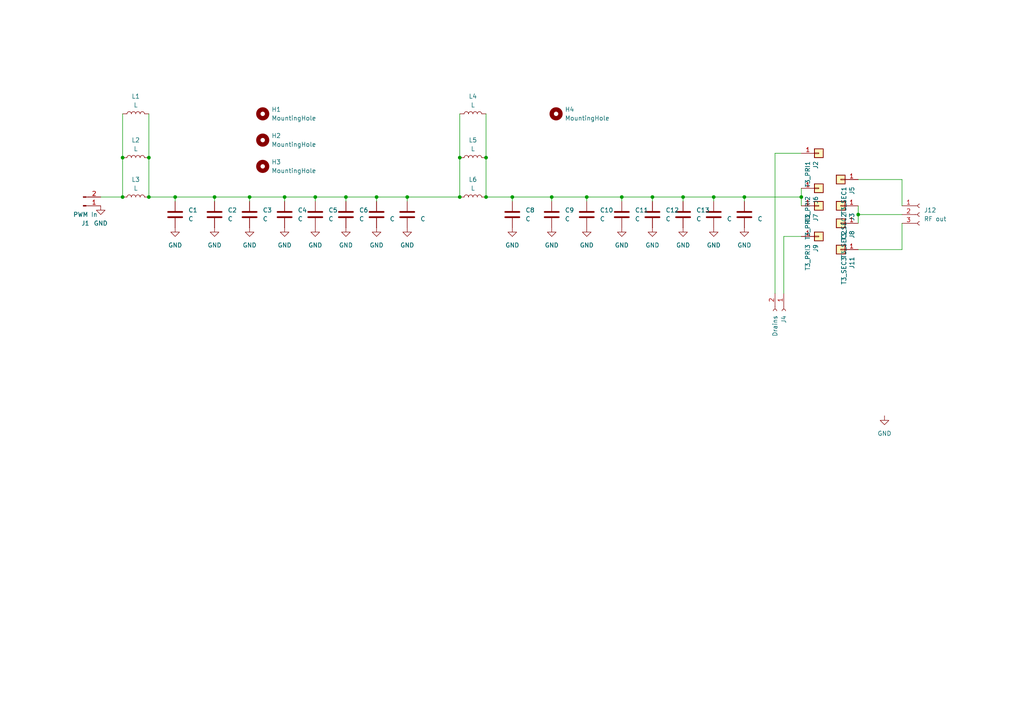
<source format=kicad_sch>
(kicad_sch (version 20231120) (generator "eeschema") (generator_version "8.0")
  (paper "A4")
  (lib_symbols
    (symbol "Connector:Conn_01x02_Pin" (pin_names (offset 1.016) hide)
      (property "Reference" "J" (at 0 2.54 0))
      (property "Value" "Conn_01x02_Pin" (at 0 -5.08 0))
      (symbol "Conn_01x02_Pin_1_1"
        (polyline (pts (xy 1.27 -2.54) (xy 0.8636 -2.54)) (stroke (width 0.1524)))
        (polyline (pts (xy 1.27 0) (xy 0.8636 0)) (stroke (width 0.1524)))
        (rectangle (start 0.8636 -2.413) (end 0 -2.667) (stroke (width 0.1524)) (fill (type outline)))
        (rectangle (start 0.8636 0.127) (end 0 -0.127) (stroke (width 0.1524)) (fill (type outline)))
        (pin passive line (at 5.08 0 180) (length 3.81) (name "Pin_1") (number "1"))
        (pin passive line (at 5.08 -2.54 180) (length 3.81) (name "Pin_2") (number "2"))
      )
    )
    (symbol "Connector:Conn_01x02_Socket" (pin_names (offset 1.016) hide)
      (property "Reference" "J" (at 0 2.54 0))
      (property "Value" "Conn_01x02_Socket" (at 0 -5.08 0))
      (symbol "Conn_01x02_Socket_1_1"
        (arc (start 0 -2.032) (mid -0.5058 -2.54) (end 0 -3.048) (stroke (width 0.1524)))
        (polyline (pts (xy -1.27 -2.54) (xy -0.508 -2.54)) (stroke (width 0.1524)))
        (polyline (pts (xy -1.27 0) (xy -0.508 0)) (stroke (width 0.1524)))
        (arc (start 0 0.508) (mid -0.5058 0) (end 0 -0.508) (stroke (width 0.1524)))
        (pin passive line (at -5.08 0 0) (length 3.81) (name "Pin_1") (number "1"))
        (pin passive line (at -5.08 -2.54 0) (length 3.81) (name "Pin_2") (number "2"))
      )
    )
    (symbol "Connector:Conn_01x03_Socket" (pin_names (offset 1.016) hide)
      (property "Reference" "J" (at 0 5.08 0))
      (property "Value" "Conn_01x03_Socket" (at 0 -5.08 0))
      (symbol "Conn_01x03_Socket_1_1"
        (arc (start 0 -2.032) (mid -0.5058 -2.54) (end 0 -3.048) (stroke (width 0.1524)))
        (polyline (pts (xy -1.27 -2.54) (xy -0.508 -2.54)) (stroke (width 0.1524)))
        (polyline (pts (xy -1.27 0) (xy -0.508 0)) (stroke (width 0.1524)))
        (polyline (pts (xy -1.27 2.54) (xy -0.508 2.54)) (stroke (width 0.1524)))
        (arc (start 0 0.508) (mid -0.5058 0) (end 0 -0.508) (stroke (width 0.1524)))
        (arc (start 0 3.048) (mid -0.5058 2.54) (end 0 2.032) (stroke (width 0.1524)))
        (pin passive line (at -5.08 2.54 0) (length 3.81) (name "Pin_1") (number "1"))
        (pin passive line (at -5.08 0 0) (length 3.81) (name "Pin_2") (number "2"))
        (pin passive line (at -5.08 -2.54 0) (length 3.81) (name "Pin_3") (number "3"))
      )
    )
    (symbol "Connector_Generic:Conn_01x01" (pin_names (offset 1.016) hide)
      (property "Reference" "J" (at 0 2.54 0))
      (property "Value" "Connector_Generic_Conn_01x01" (at 0 -2.54 0))
      (symbol "Conn_01x01_1_1"
        (rectangle (start -1.27 0.127) (end 0 -0.127) (stroke (width 0.1524)))
        (rectangle (start -1.27 1.27) (end 1.27 -1.27) (stroke (width 0.254)) (fill (type background)))
        (pin passive line (at -5.08 0 0) (length 3.81) (name "Pin_1") (number "1"))
      )
    )
    (symbol "Device:C" (pin_numbers hide) (pin_names (offset 0.254))
      (property "Reference" "C" (at 0.635 2.54 0))
      (property "Value" "C" (at 0.635 -2.54 0))
      (symbol "C_0_1"
        (polyline (pts (xy -2.032 -0.762) (xy 2.032 -0.762)) (stroke (width 0.508)))
        (polyline (pts (xy -2.032 0.762) (xy 2.032 0.762)) (stroke (width 0.508)))
      )
      (symbol "C_1_1"
        (pin passive line (at 0 3.81 270) (length 2.794) (name "~") (number "1"))
        (pin passive line (at 0 -3.81 90) (length 2.794) (name "~") (number "2"))
      )
    )
    (symbol "Device:L" (pin_numbers hide) (pin_names (offset 1.016) hide)
      (property "Reference" "L" (at -1.27 0 90))
      (property "Value" "L" (at 1.905 0 90))
      (symbol "L_0_1"
        (arc (start 0 -2.54) (mid 0.6323 -1.905) (end 0 -1.27))
        (arc (start 0 -1.27) (mid 0.6323 -0.635) (end 0 0))
        (arc (start 0 0) (mid 0.6323 0.635) (end 0 1.27))
        (arc (start 0 1.27) (mid 0.6323 1.905) (end 0 2.54))
      )
      (symbol "L_1_1"
        (pin passive line (at 0 3.81 270) (length 1.27) (name "1") (number "1"))
        (pin passive line (at 0 -3.81 90) (length 1.27) (name "2") (number "2"))
      )
    )
    (symbol "Mechanical:MountingHole" (pin_names (offset 1.016)) (exclude_from_sim yes) (in_bom no)
      (property "Reference" "H" (at 0 5.08 0))
      (property "Value" "MountingHole" (at 0 3.175 0))
      (symbol "MountingHole_0_1"
        (circle (center 0 0) (radius 1.27) (stroke (width 1.27)))
      )
    )
    (symbol "power:GND" (power) (pin_numbers hide) (pin_names (offset 0) hide)
      (property "Value" "GND" (at 0 -3.81 0))
      (symbol "GND_0_1"
        (polyline (pts (xy 0 0) (xy 0 -1.27) (xy 1.27 -1.27) (xy 0 -2.54) (xy -1.27 -1.27) (xy 0 -1.27)))
      )
      (symbol "GND_1_1"
        (pin power_in line (at 0 0 270) (length 0) (name "~") (number "1"))
      )
    )
  )
  (junction (at 180.34 57.15))
  (junction (at 215.9 57.15))
  (junction (at 109.22 57.15))
  (junction (at 43.18 57.15))
  (junction (at 35.56 57.15))
  (junction (at 50.8 57.15))
  (junction (at 100.33 57.15))
  (junction (at 91.44 57.15))
  (junction (at 140.97 45.72))
  (junction (at 160.02 57.15))
  (junction (at 207.01 57.15))
  (junction (at 72.39 57.15))
  (junction (at 62.23 57.15))
  (junction (at 198.12 57.15))
  (junction (at 148.59 57.15))
  (junction (at 35.56 45.72))
  (junction (at 82.55 57.15))
  (junction (at 232.41 57.15))
  (junction (at 248.92 62.23))
  (junction (at 133.35 57.15))
  (junction (at 170.18 57.15))
  (junction (at 43.18 45.72))
  (junction (at 189.23 57.15))
  (junction (at 133.35 45.72))
  (junction (at 118.11 57.15))
  (junction (at 140.97 57.15))
  (wire (pts (xy 109.22 58.42) (xy 109.22 57.15)))
  (wire (pts (xy 232.41 54.61) (xy 232.41 57.15)))
  (wire (pts (xy 261.62 64.77) (xy 261.62 72.39)))
  (wire (pts (xy 62.23 57.15) (xy 62.23 58.42)))
  (wire (pts (xy 140.97 33.02) (xy 140.97 45.72)))
  (wire (pts (xy 100.33 57.15) (xy 109.22 57.15)))
  (wire (pts (xy 248.92 62.23) (xy 248.92 64.77)))
  (wire (pts (xy 180.34 57.15) (xy 189.23 57.15)))
  (wire (pts (xy 91.44 57.15) (xy 91.44 58.42)))
  (wire (pts (xy 261.62 72.39) (xy 248.92 72.39)))
  (wire (pts (xy 140.97 45.72) (xy 140.97 57.15)))
  (wire (pts (xy 227.33 68.58) (xy 227.33 85.09)))
  (wire (pts (xy 248.92 52.07) (xy 261.62 52.07)))
  (wire (pts (xy 43.18 45.72) (xy 43.18 57.15)))
  (wire (pts (xy 82.55 57.15) (xy 91.44 57.15)))
  (wire (pts (xy 215.9 57.15) (xy 215.9 58.42)))
  (wire (pts (xy 189.23 57.15) (xy 198.12 57.15)))
  (wire (pts (xy 248.92 62.23) (xy 261.62 62.23)))
  (wire (pts (xy 140.97 57.15) (xy 148.59 57.15)))
  (wire (pts (xy 133.35 45.72) (xy 133.35 57.15)))
  (wire (pts (xy 232.41 68.58) (xy 227.33 68.58)))
  (wire (pts (xy 72.39 57.15) (xy 82.55 57.15)))
  (wire (pts (xy 224.79 85.09) (xy 224.79 44.45)))
  (wire (pts (xy 50.8 57.15) (xy 62.23 57.15)))
  (wire (pts (xy 43.18 33.02) (xy 43.18 45.72)))
  (wire (pts (xy 100.33 57.15) (xy 100.33 58.42)))
  (wire (pts (xy 160.02 57.15) (xy 160.02 58.42)))
  (wire (pts (xy 50.8 58.42) (xy 50.8 57.15)))
  (wire (pts (xy 118.11 57.15) (xy 118.11 58.42)))
  (wire (pts (xy 207.01 58.42) (xy 207.01 57.15)))
  (wire (pts (xy 248.92 59.69) (xy 248.92 62.23)))
  (wire (pts (xy 29.21 57.15) (xy 35.56 57.15)))
  (wire (pts (xy 82.55 57.15) (xy 82.55 58.42)))
  (wire (pts (xy 109.22 57.15) (xy 118.11 57.15)))
  (wire (pts (xy 215.9 57.15) (xy 232.41 57.15)))
  (wire (pts (xy 160.02 57.15) (xy 170.18 57.15)))
  (wire (pts (xy 261.62 52.07) (xy 261.62 59.69)))
  (wire (pts (xy 43.18 57.15) (xy 50.8 57.15)))
  (wire (pts (xy 133.35 33.02) (xy 133.35 45.72)))
  (wire (pts (xy 198.12 57.15) (xy 207.01 57.15)))
  (wire (pts (xy 148.59 58.42) (xy 148.59 57.15)))
  (wire (pts (xy 224.79 44.45) (xy 232.41 44.45)))
  (wire (pts (xy 170.18 57.15) (xy 170.18 58.42)))
  (wire (pts (xy 118.11 57.15) (xy 133.35 57.15)))
  (wire (pts (xy 232.41 57.15) (xy 232.41 59.69)))
  (wire (pts (xy 148.59 57.15) (xy 160.02 57.15)))
  (wire (pts (xy 62.23 57.15) (xy 72.39 57.15)))
  (wire (pts (xy 35.56 33.02) (xy 35.56 45.72)))
  (wire (pts (xy 189.23 57.15) (xy 189.23 58.42)))
  (wire (pts (xy 91.44 57.15) (xy 100.33 57.15)))
  (wire (pts (xy 180.34 57.15) (xy 180.34 58.42)))
  (wire (pts (xy 198.12 57.15) (xy 198.12 58.42)))
  (wire (pts (xy 35.56 45.72) (xy 35.56 57.15)))
  (wire (pts (xy 72.39 57.15) (xy 72.39 58.42)))
  (wire (pts (xy 170.18 57.15) (xy 180.34 57.15)))
  (wire (pts (xy 207.01 57.15) (xy 215.9 57.15)))
  (symbol (lib_id "Mechanical:MountingHole") (at 76.2 48.26 0) (unit 1) (exclude_from_sim yes) (in_bom no)
    (property "Reference" "H3" (at 78.74 46.9899 0) (effects (justify left)))
    (property "Value" "MountingHole" (at 78.74 49.5299 0) (effects (justify left)))
    (property "Footprint" "MountingHole:MountingHole_3.2mm_M3" (effects (hide yes)))
    (property "Description" "Mounting Hole without connection" (effects (hide yes)))
  )
  (symbol (lib_id "Connector_Generic:Conn_01x01") (at 243.84 52.07 180) (unit 1)
    (property "Reference" "J5" (at 247.0912 54.102 90) (effects (justify left)))
    (property "Value" "T3_SEC1" (at 244.7798 54.102 90) (effects (justify left)))
    (property "Footprint" "TestPoint:TestPoint_THTPad_D3.0mm_Drill1.5mm" (effects (hide yes)))
  )
  (symbol (lib_id "power:GND") (at 100.33 66.04 0) (unit 1)
    (property "Reference" "#PWR07" (effects (hide yes)))
    (property "Value" "GND" (at 100.33 71.12 0))
    (property "Description" "Power symbol creates a global label with name \"GND\" , ground" (effects (hide yes)))
  )
  (symbol (lib_id "Connector_Generic:Conn_01x01") (at 243.84 72.39 180) (unit 1)
    (property "Reference" "J11" (at 247.0912 74.422 90) (effects (justify left)))
    (property "Value" "T3_SEC3" (at 244.7798 74.422 90) (effects (justify left)))
    (property "Footprint" "TestPoint:TestPoint_THTPad_D3.0mm_Drill1.5mm" (effects (hide yes)))
  )
  (symbol (lib_id "Connector_Generic:Conn_01x01") (at 237.49 59.69 0) (unit 1)
    (property "Reference" "J7" (at 236.5756 61.9252 90) (effects (justify right)))
    (property "Value" "T3_PRI2" (at 234.2642 61.9252 90) (effects (justify right)))
    (property "Footprint" "TestPoint:TestPoint_THTPad_D3.0mm_Drill1.5mm" (effects (hide yes)))
  )
  (symbol (lib_id "power:GND") (at 72.39 66.04 0) (unit 1)
    (property "Reference" "#PWR04" (effects (hide yes)))
    (property "Value" "GND" (at 72.39 71.12 0))
    (property "Description" "Power symbol creates a global label with name \"GND\" , ground" (effects (hide yes)))
  )
  (symbol (lib_id "Device:L") (at 39.37 33.02 90) (unit 1)
    (property "Reference" "L1" (at 39.37 27.94 90))
    (property "Value" "L" (at 39.37 30.48 90))
    (property "Footprint" "Inductor_THT:L_Radial_D27.9mm_P18.29mm_Vishay_IHB-3" (effects (hide yes)))
    (property "Description" "Inductor" (effects (hide yes)))
  )
  (symbol (lib_id "Device:C") (at 189.23 62.23 0) (unit 1)
    (property "Reference" "C12" (at 193.04 60.9599 0) (effects (justify left)))
    (property "Value" "C" (at 193.04 63.4999 0) (effects (justify left)))
    (property "Footprint" "Capacitor_THT:C_Rect_L7.2mm_W7.2mm_P5.00mm_FKS2_FKP2_MKS2_MKP2" (effects (hide yes)))
    (property "Description" "Unpolarized capacitor" (effects (hide yes)))
  )
  (symbol (lib_id "Mechanical:MountingHole") (at 76.2 40.64 0) (unit 1) (exclude_from_sim yes) (in_bom no)
    (property "Reference" "H2" (at 78.74 39.3699 0) (effects (justify left)))
    (property "Value" "MountingHole" (at 78.74 41.9099 0) (effects (justify left)))
    (property "Footprint" "MountingHole:MountingHole_3.2mm_M3" (effects (hide yes)))
    (property "Description" "Mounting Hole without connection" (effects (hide yes)))
  )
  (symbol (lib_id "Device:C") (at 118.11 62.23 0) (unit 1)
    (property "Reference" "C15" (effects (hide yes)))
    (property "Value" "C" (at 121.92 63.4999 0) (effects (justify left)))
    (property "Footprint" "Capacitor_THT:C_Rect_L11.0mm_W3.5mm_P10.00mm_MKT" (effects (hide yes)))
    (property "Description" "Unpolarized capacitor" (effects (hide yes)))
  )
  (symbol (lib_id "Connector:Conn_01x03_Socket") (at 266.7 62.23 0) (unit 1)
    (property "Reference" "J12" (at 267.97 60.9599 0) (effects (justify left)))
    (property "Value" "RF out" (at 267.97 63.4999 0) (effects (justify left)))
    (property "Footprint" "Connector_Phoenix_GMSTB:PhoenixContact_GMSTBA_2,5_3-G-7,62_1x03_P7.62mm_Horizontal" (effects (hide yes)))
    (property "Description" "Generic connector, single row, 01x03, script generated" (effects (hide yes)))
  )
  (symbol (lib_id "power:GND") (at 118.11 66.04 0) (unit 1)
    (property "Reference" "#PWR09" (effects (hide yes)))
    (property "Value" "GND" (at 118.11 71.12 0))
    (property "Description" "Power symbol creates a global label with name \"GND\" , ground" (effects (hide yes)))
  )
  (symbol (lib_id "Device:C") (at 72.39 62.23 0) (unit 1)
    (property "Reference" "C3" (at 76.2 60.9599 0) (effects (justify left)))
    (property "Value" "C" (at 76.2 63.4999 0) (effects (justify left)))
    (property "Footprint" "Capacitor_THT:C_Rect_L18.0mm_W9.0mm_P15.00mm_FKS3_FKP3" (effects (hide yes)))
    (property "Description" "Unpolarized capacitor" (effects (hide yes)))
  )
  (symbol (lib_id "power:GND") (at 189.23 66.04 0) (unit 1)
    (property "Reference" "#PWR015" (effects (hide yes)))
    (property "Value" "GND" (at 189.23 71.12 0))
    (property "Description" "Power symbol creates a global label with name \"GND\" , ground" (effects (hide yes)))
  )
  (symbol (lib_id "Device:L") (at 39.37 57.15 90) (unit 1)
    (property "Reference" "L3" (at 39.37 52.07 90))
    (property "Value" "L" (at 39.37 54.61 90))
    (property "Footprint" "Inductor_THT:L_Toroid_Vertical_L31.8mm_W15.9mm_P13.50mm_Bourns_5700" (effects (hide yes)))
    (property "Description" "Inductor" (effects (hide yes)))
  )
  (symbol (lib_id "Connector_Generic:Conn_01x01") (at 237.49 44.45 0) (unit 1)
    (property "Reference" "J2" (at 236.5756 46.6852 90) (effects (justify right)))
    (property "Value" "T3_PRI1" (at 234.2642 46.6852 90) (effects (justify right)))
    (property "Footprint" "TestPoint:TestPoint_THTPad_D3.0mm_Drill1.5mm" (effects (hide yes)))
  )
  (symbol (lib_id "Device:C") (at 207.01 62.23 0) (unit 1)
    (property "Reference" "C14" (effects (hide yes)))
    (property "Value" "C" (at 210.82 63.4999 0) (effects (justify left)))
    (property "Footprint" "Capacitor_THT:C_Rect_L11.0mm_W3.5mm_P10.00mm_MKT" (effects (hide yes)))
    (property "Description" "Unpolarized capacitor" (effects (hide yes)))
  )
  (symbol (lib_id "power:GND") (at 160.02 66.04 0) (unit 1)
    (property "Reference" "#PWR012" (effects (hide yes)))
    (property "Value" "GND" (at 160.02 71.12 0))
    (property "Description" "Power symbol creates a global label with name \"GND\" , ground" (effects (hide yes)))
  )
  (symbol (lib_id "power:GND") (at 109.22 66.04 0) (unit 1)
    (property "Reference" "#PWR08" (effects (hide yes)))
    (property "Value" "GND" (at 109.22 71.12 0))
    (property "Description" "Power symbol creates a global label with name \"GND\" , ground" (effects (hide yes)))
  )
  (symbol (lib_id "Device:C") (at 62.23 62.23 0) (unit 1)
    (property "Reference" "C2" (at 66.04 60.9599 0) (effects (justify left)))
    (property "Value" "C" (at 66.04 63.4999 0) (effects (justify left)))
    (property "Footprint" "Capacitor_THT:C_Rect_L18.0mm_W9.0mm_P15.00mm_FKS3_FKP3" (effects (hide yes)))
    (property "Description" "Unpolarized capacitor" (effects (hide yes)))
  )
  (symbol (lib_id "power:GND") (at 148.59 66.04 0) (unit 1)
    (property "Reference" "#PWR011" (effects (hide yes)))
    (property "Value" "GND" (at 148.59 71.12 0))
    (property "Description" "Power symbol creates a global label with name \"GND\" , ground" (effects (hide yes)))
  )
  (symbol (lib_id "Device:C") (at 91.44 62.23 0) (unit 1)
    (property "Reference" "C5" (at 95.25 60.9599 0) (effects (justify left)))
    (property "Value" "C" (at 95.25 63.4999 0) (effects (justify left)))
    (property "Footprint" "Capacitor_THT:C_Rect_L7.2mm_W7.2mm_P5.00mm_FKS2_FKP2_MKS2_MKP2" (effects (hide yes)))
    (property "Description" "Unpolarized capacitor" (effects (hide yes)))
  )
  (symbol (lib_id "Device:C") (at 215.9 62.23 0) (unit 1)
    (property "Reference" "C16" (effects (hide yes)))
    (property "Value" "C" (at 219.71 63.4999 0) (effects (justify left)))
    (property "Footprint" "Capacitor_THT:C_Rect_L11.0mm_W3.5mm_P10.00mm_MKT" (effects (hide yes)))
    (property "Description" "Unpolarized capacitor" (effects (hide yes)))
  )
  (symbol (lib_id "power:GND") (at 62.23 66.04 0) (unit 1)
    (property "Reference" "#PWR03" (effects (hide yes)))
    (property "Value" "GND" (at 62.23 71.12 0))
    (property "Description" "Power symbol creates a global label with name \"GND\" , ground" (effects (hide yes)))
  )
  (symbol (lib_id "power:GND") (at 207.01 66.04 0) (unit 1)
    (property "Reference" "#PWR017" (effects (hide yes)))
    (property "Value" "GND" (at 207.01 71.12 0))
    (property "Description" "Power symbol creates a global label with name \"GND\" , ground" (effects (hide yes)))
  )
  (symbol (lib_id "Device:C") (at 50.8 62.23 0) (unit 1)
    (property "Reference" "C1" (at 54.61 60.9599 0) (effects (justify left)))
    (property "Value" "C" (at 54.61 63.4999 0) (effects (justify left)))
    (property "Footprint" "Capacitor_THT:C_Rect_L18.0mm_W9.0mm_P15.00mm_FKS3_FKP3" (effects (hide yes)))
    (property "Description" "Unpolarized capacitor" (effects (hide yes)))
  )
  (symbol (lib_id "power:GND") (at 82.55 66.04 0) (unit 1)
    (property "Reference" "#PWR05" (effects (hide yes)))
    (property "Value" "GND" (at 82.55 71.12 0))
    (property "Description" "Power symbol creates a global label with name \"GND\" , ground" (effects (hide yes)))
  )
  (symbol (lib_id "power:GND") (at 29.21 59.69 0) (unit 1)
    (property "Reference" "#PWR01" (effects (hide yes)))
    (property "Value" "GND" (at 29.21 64.77 0))
    (property "Description" "Power symbol creates a global label with name \"GND\" , ground" (effects (hide yes)))
  )
  (symbol (lib_id "Device:C") (at 170.18 62.23 0) (unit 1)
    (property "Reference" "C10" (at 173.99 60.9599 0) (effects (justify left)))
    (property "Value" "C" (at 173.99 63.4999 0) (effects (justify left)))
    (property "Footprint" "Capacitor_THT:C_Rect_L18.0mm_W9.0mm_P15.00mm_FKS3_FKP3" (effects (hide yes)))
    (property "Description" "Unpolarized capacitor" (effects (hide yes)))
  )
  (symbol (lib_id "Device:C") (at 198.12 62.23 0) (unit 1)
    (property "Reference" "C13" (at 201.93 60.9599 0) (effects (justify left)))
    (property "Value" "C" (at 201.93 63.4999 0) (effects (justify left)))
    (property "Footprint" "Capacitor_THT:C_Rect_L9.0mm_W2.5mm_P7.50mm_MKT" (effects (hide yes)))
    (property "Description" "Unpolarized capacitor" (effects (hide yes)))
  )
  (symbol (lib_id "Device:L") (at 137.16 57.15 90) (unit 1)
    (property "Reference" "L6" (at 137.16 52.07 90))
    (property "Value" "L" (at 137.16 54.61 90))
    (property "Footprint" "Inductor_THT:L_Toroid_Vertical_L31.8mm_W15.9mm_P13.50mm_Bourns_5700" (effects (hide yes)))
    (property "Description" "Inductor" (effects (hide yes)))
  )
  (symbol (lib_id "Device:C") (at 180.34 62.23 0) (unit 1)
    (property "Reference" "C11" (at 184.15 60.9599 0) (effects (justify left)))
    (property "Value" "C" (at 184.15 63.4999 0) (effects (justify left)))
    (property "Footprint" "Capacitor_THT:C_Rect_L26.5mm_W10.5mm_P22.50mm_MKS4" (effects (hide yes)))
    (property "Description" "Unpolarized capacitor" (effects (hide yes)))
  )
  (symbol (lib_id "Connector_Generic:Conn_01x01") (at 237.49 54.61 0) (unit 1)
    (property "Reference" "J6" (at 236.5756 56.8452 90) (effects (justify right)))
    (property "Value" "T3_PRI2" (at 234.2642 56.8452 90) (effects (justify right)))
    (property "Footprint" "TestPoint:TestPoint_THTPad_D3.0mm_Drill1.5mm" (effects (hide yes)))
  )
  (symbol (lib_id "power:GND") (at 198.12 66.04 0) (unit 1)
    (property "Reference" "#PWR016" (effects (hide yes)))
    (property "Value" "GND" (at 198.12 71.12 0))
    (property "Description" "Power symbol creates a global label with name \"GND\" , ground" (effects (hide yes)))
  )
  (symbol (lib_id "power:GND") (at 50.8 66.04 0) (unit 1)
    (property "Reference" "#PWR02" (effects (hide yes)))
    (property "Value" "GND" (at 50.8 71.12 0))
    (property "Description" "Power symbol creates a global label with name \"GND\" , ground" (effects (hide yes)))
  )
  (symbol (lib_id "Device:C") (at 109.22 62.23 0) (unit 1)
    (property "Reference" "C7" (effects (hide yes)))
    (property "Value" "C" (at 113.03 63.4999 0) (effects (justify left)))
    (property "Footprint" "Capacitor_THT:C_Rect_L11.0mm_W3.5mm_P10.00mm_MKT" (effects (hide yes)))
    (property "Description" "Unpolarized capacitor" (effects (hide yes)))
  )
  (symbol (lib_id "Device:C") (at 148.59 62.23 0) (unit 1)
    (property "Reference" "C8" (at 152.4 60.9599 0) (effects (justify left)))
    (property "Value" "C" (at 152.4 63.4999 0) (effects (justify left)))
    (property "Footprint" "Capacitor_THT:C_Rect_L18.0mm_W9.0mm_P15.00mm_FKS3_FKP3" (effects (hide yes)))
    (property "Description" "Unpolarized capacitor" (effects (hide yes)))
  )
  (symbol (lib_id "power:GND") (at 170.18 66.04 0) (unit 1)
    (property "Reference" "#PWR013" (effects (hide yes)))
    (property "Value" "GND" (at 170.18 71.12 0))
    (property "Description" "Power symbol creates a global label with name \"GND\" , ground" (effects (hide yes)))
  )
  (symbol (lib_id "power:GND") (at 256.54 120.65 0) (unit 1)
    (property "Reference" "#PWR018" (effects (hide yes)))
    (property "Value" "GND" (at 256.54 125.73 0))
    (property "Description" "Power symbol creates a global label with name \"GND\" , ground" (effects (hide yes)))
  )
  (symbol (lib_id "Device:C") (at 100.33 62.23 0) (unit 1)
    (property "Reference" "C6" (at 104.14 60.9599 0) (effects (justify left)))
    (property "Value" "C" (at 104.14 63.4999 0) (effects (justify left)))
    (property "Footprint" "Capacitor_THT:C_Rect_L9.0mm_W2.5mm_P7.50mm_MKT" (effects (hide yes)))
    (property "Description" "Unpolarized capacitor" (effects (hide yes)))
  )
  (symbol (lib_id "Device:L") (at 137.16 45.72 90) (unit 1)
    (property "Reference" "L5" (at 137.16 40.64 90))
    (property "Value" "L" (at 137.16 43.18 90))
    (property "Footprint" "Inductor_THT:L_Radial_D29.8mm_P29.00mm_Murata_1400series" (effects (hide yes)))
    (property "Description" "Inductor" (effects (hide yes)))
  )
  (symbol (lib_id "Device:L") (at 39.37 45.72 90) (unit 1)
    (property "Reference" "L2" (at 39.37 40.64 90))
    (property "Value" "L" (at 39.37 43.18 90))
    (property "Footprint" "Inductor_THT:L_Radial_D29.8mm_P29.00mm_Murata_1400series" (effects (hide yes)))
    (property "Description" "Inductor" (effects (hide yes)))
  )
  (symbol (lib_id "Connector_Generic:Conn_01x01") (at 243.84 64.77 180) (unit 1)
    (property "Reference" "J8" (at 247.0912 66.802 90) (effects (justify left)))
    (property "Value" "T3_SEC2" (at 244.7798 66.802 90) (effects (justify left)))
    (property "Footprint" "TestPoint:TestPoint_THTPad_D3.0mm_Drill1.5mm" (effects (hide yes)))
  )
  (symbol (lib_id "Connector:Conn_01x02_Socket") (at 227.33 90.17 270) (unit 1)
    (property "Reference" "J4" (at 227.3301 91.44 0) (effects (justify left)))
    (property "Value" "Drains" (at 224.7901 91.44 0) (effects (justify left)))
    (property "Footprint" "Connector_Phoenix_GMSTB:PhoenixContact_GMSTBA_2,5_2-G-7,62_1x02_P7.62mm_Horizontal" (effects (hide yes)))
    (property "Description" "Generic connector, single row, 01x02, script generated" (effects (hide yes)))
  )
  (symbol (lib_id "Mechanical:MountingHole") (at 161.29 33.02 0) (unit 1) (exclude_from_sim yes) (in_bom no)
    (property "Reference" "H4" (at 163.83 31.7499 0) (effects (justify left)))
    (property "Value" "MountingHole" (at 163.83 34.2899 0) (effects (justify left)))
    (property "Footprint" "MountingHole:MountingHole_3.2mm_M3" (effects (hide yes)))
    (property "Description" "Mounting Hole without connection" (effects (hide yes)))
  )
  (symbol (lib_id "power:GND") (at 180.34 66.04 0) (unit 1)
    (property "Reference" "#PWR014" (effects (hide yes)))
    (property "Value" "GND" (at 180.34 71.12 0))
    (property "Description" "Power symbol creates a global label with name \"GND\" , ground" (effects (hide yes)))
  )
  (symbol (lib_id "power:GND") (at 91.44 66.04 0) (unit 1)
    (property "Reference" "#PWR06" (effects (hide yes)))
    (property "Value" "GND" (at 91.44 71.12 0))
    (property "Description" "Power symbol creates a global label with name \"GND\" , ground" (effects (hide yes)))
  )
  (symbol (lib_id "Connector_Generic:Conn_01x01") (at 237.49 68.58 0) (unit 1)
    (property "Reference" "J9" (at 236.5756 70.8152 90) (effects (justify right)))
    (property "Value" "T3_PRI3" (at 234.2642 70.8152 90) (effects (justify right)))
    (property "Footprint" "TestPoint:TestPoint_THTPad_D3.0mm_Drill1.5mm" (effects (hide yes)))
  )
  (symbol (lib_id "Connector_Generic:Conn_01x01") (at 243.84 59.69 180) (unit 1)
    (property "Reference" "J3" (at 247.0912 61.722 90) (effects (justify left)))
    (property "Value" "T3_SEC2" (at 244.7798 61.722 90) (effects (justify left)))
    (property "Footprint" "TestPoint:TestPoint_THTPad_D3.0mm_Drill1.5mm" (effects (hide yes)))
  )
  (symbol (lib_id "Mechanical:MountingHole") (at 76.2 33.02 0) (unit 1) (exclude_from_sim yes) (in_bom no)
    (property "Reference" "H1" (at 78.74 31.7499 0) (effects (justify left)))
    (property "Value" "MountingHole" (at 78.74 34.2899 0) (effects (justify left)))
    (property "Footprint" "MountingHole:MountingHole_3.2mm_M3" (effects (hide yes)))
    (property "Description" "Mounting Hole without connection" (effects (hide yes)))
  )
  (symbol (lib_id "Device:L") (at 137.16 33.02 90) (unit 1)
    (property "Reference" "L4" (at 137.16 27.94 90))
    (property "Value" "L" (at 137.16 30.48 90))
    (property "Footprint" "Inductor_THT:L_Radial_D27.9mm_P18.29mm_Vishay_IHB-3" (effects (hide yes)))
    (property "Description" "Inductor" (effects (hide yes)))
  )
  (symbol (lib_id "Connector:Conn_01x02_Pin") (at 24.13 59.69 0) (mirror x) (unit 1)
    (property "Reference" "J1" (at 24.765 64.77 0))
    (property "Value" "PWM In" (at 24.765 62.23 0))
    (property "Footprint" "Connector_Phoenix_GMSTB:PhoenixContact_GMSTBA_2,5_2-G-7,62_1x02_P7.62mm_Horizontal" (effects (hide yes)))
    (property "Description" "Generic connector, single row, 01x02, script generated" (effects (hide yes)))
  )
  (symbol (lib_id "Device:C") (at 82.55 62.23 0) (unit 1)
    (property "Reference" "C4" (at 86.36 60.9599 0) (effects (justify left)))
    (property "Value" "C" (at 86.36 63.4999 0) (effects (justify left)))
    (property "Footprint" "Capacitor_THT:C_Rect_L26.5mm_W10.5mm_P22.50mm_MKS4" (effects (hide yes)))
    (property "Description" "Unpolarized capacitor" (effects (hide yes)))
  )
  (symbol (lib_id "Device:C") (at 160.02 62.23 0) (unit 1)
    (property "Reference" "C9" (at 163.83 60.9599 0) (effects (justify left)))
    (property "Value" "C" (at 163.83 63.4999 0) (effects (justify left)))
    (property "Footprint" "Capacitor_THT:C_Rect_L18.0mm_W9.0mm_P15.00mm_FKS3_FKP3" (effects (hide yes)))
    (property "Description" "Unpolarized capacitor" (effects (hide yes)))
  )
  (symbol (lib_id "power:GND") (at 215.9 66.04 0) (unit 1)
    (property "Reference" "#PWR010" (effects (hide yes)))
    (property "Value" "GND" (at 215.9 71.12 0))
    (property "Description" "Power symbol creates a global label with name \"GND\" , ground" (effects (hide yes)))
  )
)
</source>
